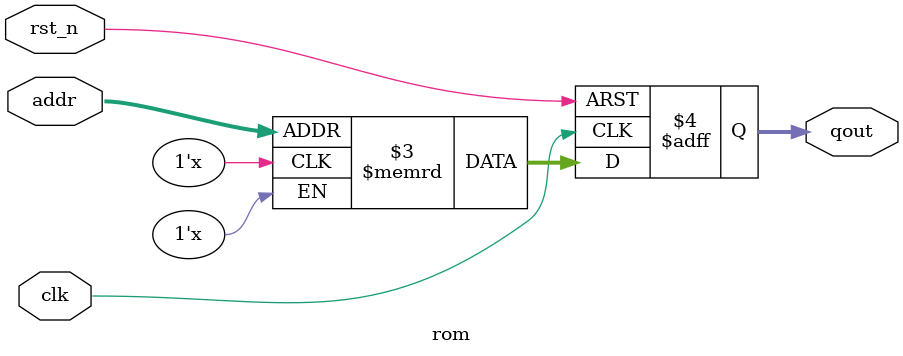
<source format=v>
/*
 * *****************************************************************
 * File: rom.v
 * Category: Fetch
 * File Created: 2018/12/16 07:11
 * Author: Masaru Aoki ( masaru.aoki.1972@gmail.com )
 * *****
 * Last Modified: 2018/12/16 07:53
 * Modified By: Masaru Aoki ( masaru.aoki.1972@gmail.com )
 * *****
 * Copyright 2018 - 2018  Project RockWave
 * *****************************************************************
 * Description:
 *   Instruction ROM
 *   Xilinxでは、BlockRAMを推察させる
 * *****************************************************************
 * HISTORY:
 * Date      	By        	Comments
 * ----------	----------	----------------------------------------
 * 2018/12/16	Masaru Aoki	First Version
 * *****************************************************************
 */

module rom(
    input clk,                  // Global Clock
    input rst_n,                // Global Reset
    input [AWIDTH-1:0] addr,    // Address
    output [DWIDTH-1:0] qout       // Read  Data
);
    parameter DWIDTH = 32;
    parameter AWIDTH = 12;
    parameter WORDS  = 4096;

    reg [DWIDTH-1:0] qout;
    reg [DWIDTH-1:0] mem [WORDS-1:0];

    always @(posedge clk or negedge rst_n) begin
        if(!rst_n) begin
            qout <= {DWIDTH{1'b0}};
        end
        else begin
            qout <= mem[addr];
        end
    end
endmodule

</source>
